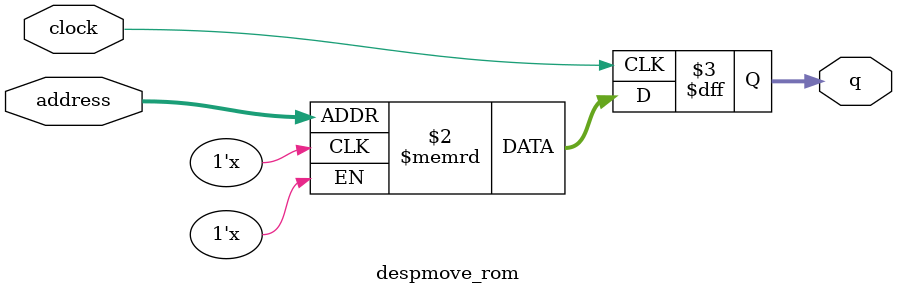
<source format=sv>
module despmove_rom (
	input logic clock,
	input logic [11:0] address,
	output logic [3:0] q
);

logic [3:0] memory [0:4095] /* synthesis ram_init_file = "./despmove/despmove.mif" */;

always_ff @ (posedge clock) begin
	q <= memory[address];
end

endmodule

</source>
